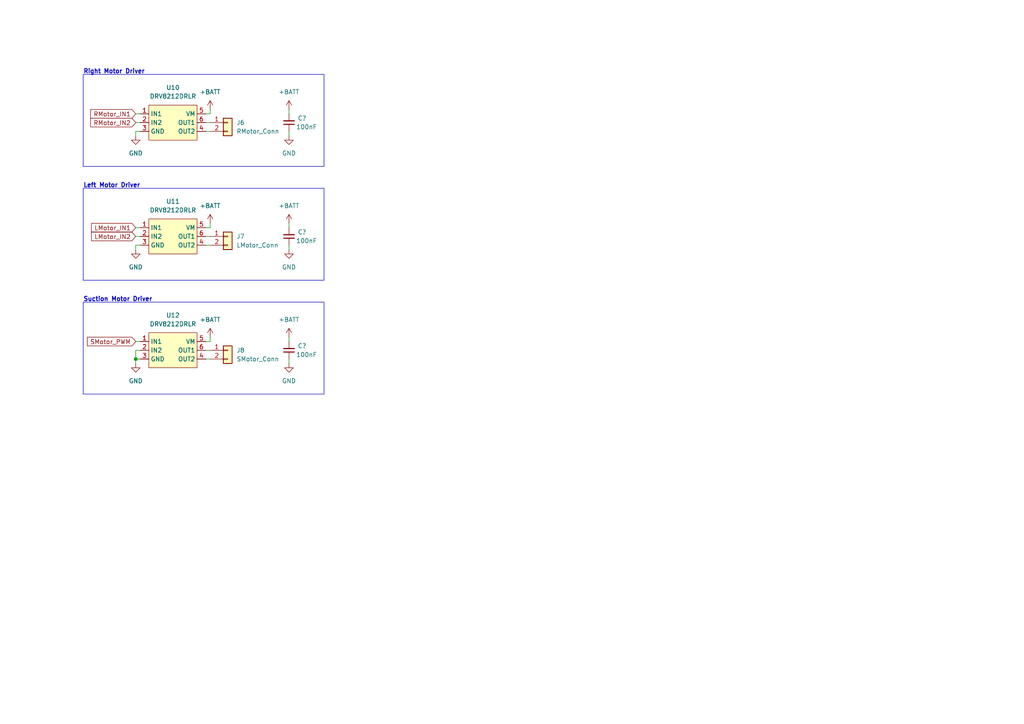
<source format=kicad_sch>
(kicad_sch (version 20230121) (generator eeschema)
  (paper "A4")
  (lib_symbols
    (symbol "Connector_Generic:Conn_01x02" (pin_names (offset 1.016) hide)
      (property "Reference" "J" (at 0 2.54 0))
      (property "Value" "Conn_01x02" (at 0 -5.08 0))
      (symbol "Conn_01x02_1_1"
        (rectangle (start -1.27 -2.413) (end 0 -2.667) (stroke (width 0.1524)))
        (rectangle (start -1.27 0.127) (end 0 -0.127) (stroke (width 0.1524)))
        (rectangle (start -1.27 1.27) (end 1.27 -3.81) (stroke (width 0.254)) (fill (type background)))
        (pin passive line (at -5.08 0 0) (length 3.81) (name "Pin_1") (number "1"))
        (pin passive line (at -5.08 -2.54 0) (length 3.81) (name "Pin_2") (number "2"))
      )
    )
    (symbol "Device:C_Small" (pin_numbers hide) (pin_names (offset 0.254) hide)
      (property "Reference" "C" (at 0.254 1.778 0))
      (property "Value" "C_Small" (at 0.254 -2.032 0))
      (symbol "C_Small_0_1"
        (polyline (pts (xy -1.524 -0.508) (xy 1.524 -0.508)) (stroke (width 0.3302)))
        (polyline (pts (xy -1.524 0.508) (xy 1.524 0.508)) (stroke (width 0.3048)))
      )
      (symbol "C_Small_1_1"
        (pin passive line (at 0 2.54 270) (length 2.032) (name "~") (number "1"))
        (pin passive line (at 0 -2.54 90) (length 2.032) (name "~") (number "2"))
      )
    )
    (symbol "HS_MotorDriver:DRV8212DRLR"
      (property "Reference" "U" (at 0 0 0))
      (property "Value" "DRV8212DRLR" (at 0 0 0))
      (symbol "DRV8212DRLR_1_0"
        (pin input line (at -2.54 -5.08 0) (length 2.54) (name "IN2") (number "2"))
        (pin power_in line (at -2.54 -7.62 0) (length 2.54) (name "GND") (number "3"))
        (pin output line (at 16.51 -7.62 180) (length 2.54) (name "OUT2") (number "4"))
        (pin power_in line (at 16.51 -2.54 180) (length 2.54) (name "VM") (number "5"))
        (pin output line (at 16.51 -5.08 180) (length 2.54) (name "OUT1") (number "6"))
      )
      (symbol "DRV8212DRLR_1_1"
        (rectangle (start 0 0) (end 13.97 -10.16) (fill (type background)))
        (pin input line (at -2.54 -2.54 0) (length 2.54) (name "IN1") (number "1"))
      )
    )
    (symbol "power:+BATT" (power) (pin_names (offset 0))
      (property "Value" "+BATT" (at 0 3.556 0))
      (symbol "+BATT_0_1"
        (polyline (pts (xy -0.762 1.27) (xy 0 2.54)))
        (polyline (pts (xy 0 0) (xy 0 2.54)))
        (polyline (pts (xy 0 2.54) (xy 0.762 1.27)))
      )
      (symbol "+BATT_1_1"
        (pin power_in line (at 0 0 90) (length 0) hide (name "+BATT") (number "1"))
      )
    )
    (symbol "power:GND" (power) (pin_names (offset 0))
      (property "Value" "GND" (at 0 -3.81 0))
      (symbol "GND_0_1"
        (polyline (pts (xy 0 0) (xy 0 -1.27) (xy 1.27 -1.27) (xy 0 -2.54) (xy -1.27 -1.27) (xy 0 -1.27)))
      )
      (symbol "GND_1_1"
        (pin power_in line (at 0 0 270) (length 0) hide (name "GND") (number "1"))
      )
    )
  )
  (junction (at 39.37 104.14))
  (wire (pts (xy 39.37 105.41) (xy 39.37 104.14)))
  (wire (pts (xy 60.96 33.02) (xy 59.69 33.02)))
  (wire (pts (xy 83.82 39.37) (xy 83.82 38.1)))
  (wire (pts (xy 83.82 64.77) (xy 83.82 66.04)))
  (wire (pts (xy 60.96 66.04) (xy 59.69 66.04)))
  (wire (pts (xy 39.37 104.14) (xy 40.64 104.14)))
  (wire (pts (xy 59.69 68.58) (xy 60.96 68.58)))
  (wire (pts (xy 39.37 72.39) (xy 39.37 71.12)))
  (wire (pts (xy 59.69 101.6) (xy 60.96 101.6)))
  (wire (pts (xy 39.37 99.06) (xy 40.64 99.06)))
  (wire (pts (xy 59.69 71.12) (xy 60.96 71.12)))
  (wire (pts (xy 60.96 31.75) (xy 60.96 33.02)))
  (wire (pts (xy 39.37 68.58) (xy 40.64 68.58)))
  (wire (pts (xy 59.69 38.1) (xy 60.96 38.1)))
  (wire (pts (xy 39.37 33.02) (xy 40.64 33.02)))
  (wire (pts (xy 83.82 72.39) (xy 83.82 71.12)))
  (wire (pts (xy 39.37 38.1) (xy 40.64 38.1)))
  (wire (pts (xy 60.96 99.06) (xy 59.69 99.06)))
  (wire (pts (xy 83.82 31.75) (xy 83.82 33.02)))
  (wire (pts (xy 83.82 97.79) (xy 83.82 99.06)))
  (wire (pts (xy 39.37 71.12) (xy 40.64 71.12)))
  (wire (pts (xy 60.96 64.77) (xy 60.96 66.04)))
  (wire (pts (xy 83.82 105.41) (xy 83.82 104.14)))
  (wire (pts (xy 39.37 35.56) (xy 40.64 35.56)))
  (wire (pts (xy 59.69 104.14) (xy 60.96 104.14)))
  (wire (pts (xy 39.37 101.6) (xy 39.37 104.14)))
  (wire (pts (xy 39.37 101.6) (xy 40.64 101.6)))
  (wire (pts (xy 39.37 39.37) (xy 39.37 38.1)))
  (wire (pts (xy 60.96 97.79) (xy 60.96 99.06)))
  (wire (pts (xy 39.37 66.04) (xy 40.64 66.04)))
  (wire (pts (xy 59.69 35.56) (xy 60.96 35.56)))
  (rectangle (start 24.13 87.63) (end 93.98 114.3))
  (rectangle (start 24.13 54.61) (end 93.98 81.28))
  (rectangle (start 24.13 21.59) (end 93.98 48.26))
  (text "Left Motor Driver" (at 24.13 54.61 0) (effects (font (size 1.27 1.27) (thickness 0.254) bold) (justify left bottom)))
  (text "Right Motor Driver" (at 24.13 21.59 0) (effects (font (size 1.27 1.27) (thickness 0.254) bold) (justify left bottom)))
  (text "Suction Motor Driver" (at 24.13 87.63 0) (effects (font (size 1.27 1.27) (thickness 0.254) bold) (justify left bottom)))
  (global_label "LMotor_IN1" (shape input) (at 39.37 66.04 180) (property "Intersheetrefs" "${INTERSHEET_REFS}" (effects hide)))
  (global_label "RMotor_IN1" (shape input) (at 39.37 33.02 180) (property "Intersheetrefs" "${INTERSHEET_REFS}" (effects hide)))
  (global_label "SMotor_PWM" (shape input) (at 39.37 99.06 180) (property "Intersheetrefs" "${INTERSHEET_REFS}" (effects hide)))
  (global_label "LMotor_IN2" (shape input) (at 39.37 68.58 180) (property "Intersheetrefs" "${INTERSHEET_REFS}" (effects hide)))
  (global_label "RMotor_IN2" (shape input) (at 39.37 35.56 180) (property "Intersheetrefs" "${INTERSHEET_REFS}" (effects hide)))
  (symbol (lib_id "Device:C_Small") (at 83.82 68.58 180) (unit 1)
    (property "Reference" "C?" (at 87.63 67.31 0))
    (property "Value" "100nF" (at 88.9 69.85 0))
    (property "Footprint" "SMD_HS:0603_1608_C" (effects hide))
    (instances (project "uglyBob" (path "" (reference "C?") (unit 1)) (path "" (reference "C7") (unit 1)) (path "" (reference "C17") (unit 1)) (path "" (reference "C25") (unit 1))))
  )
  (symbol (lib_id "HS_MotorDriver:DRV8212DRLR") (at 43.18 63.5 0) (unit 1)
    (property "Reference" "U11" (at 50.165 58.42 0))
    (property "Value" "DRV8212DRLR" (at 50.165 60.96 0))
    (property "Footprint" "Package_TO_SOT_SMD_HS:SOT-563" (effects hide))
  )
  (symbol (lib_id "power:GND") (at 83.82 105.41 0) (unit 1)
    (property "Reference" "#PWR?" (effects hide))
    (property "Value" "GND" (at 83.82 110.49 0))
    (instances (project "uglyBob" (path "" (reference "#PWR?") (unit 1)) (path "" (reference "#PWR085") (unit 1))))
  )
  (symbol (lib_id "power:GND") (at 39.37 39.37 0) (unit 1)
    (property "Reference" "#PWR?" (effects hide))
    (property "Value" "GND" (at 39.37 44.45 0))
    (instances (project "uglyBob" (path "" (reference "#PWR?") (unit 1)) (path "" (reference "#PWR076") (unit 1))))
  )
  (symbol (lib_id "power:GND") (at 83.82 39.37 0) (unit 1)
    (property "Reference" "#PWR?" (effects hide))
    (property "Value" "GND" (at 83.82 44.45 0))
    (instances (project "uglyBob" (path "" (reference "#PWR?") (unit 1)) (path "" (reference "#PWR077") (unit 1))))
  )
  (symbol (lib_id "HS_MotorDriver:DRV8212DRLR") (at 43.18 96.52 0) (unit 1)
    (property "Reference" "U12" (at 50.165 91.44 0))
    (property "Value" "DRV8212DRLR" (at 50.165 93.98 0))
    (property "Footprint" "Package_TO_SOT_SMD_HS:SOT-563" (effects hide))
  )
  (symbol (lib_id "power:+BATT") (at 60.96 97.79 0) (unit 1)
    (property "Reference" "#PWR?" (effects hide))
    (property "Value" "+BATT" (at 60.96 92.71 0))
    (instances (project "uglyBob" (path "" (reference "#PWR?") (unit 1)) (path "" (reference "#PWR082") (unit 1))))
  )
  (symbol (lib_id "Device:C_Small") (at 83.82 101.6 180) (unit 1)
    (property "Reference" "C?" (at 87.63 100.33 0))
    (property "Value" "100nF" (at 88.9 102.87 0))
    (property "Footprint" "SMD_HS:0603_1608_C" (effects hide))
    (instances (project "uglyBob" (path "" (reference "C?") (unit 1)) (path "" (reference "C7") (unit 1)) (path "" (reference "C17") (unit 1)) (path "" (reference "C26") (unit 1))))
  )
  (symbol (lib_id "power:+BATT") (at 83.82 64.77 0) (unit 1)
    (property "Reference" "#PWR?" (effects hide))
    (property "Value" "+BATT" (at 83.82 59.69 0))
    (instances (project "uglyBob" (path "" (reference "#PWR?") (unit 1)) (path "" (reference "#PWR079") (unit 1))))
  )
  (symbol (lib_id "power:+BATT") (at 83.82 31.75 0) (unit 1)
    (property "Reference" "#PWR?" (effects hide))
    (property "Value" "+BATT" (at 83.82 26.67 0))
    (instances (project "uglyBob" (path "" (reference "#PWR?") (unit 1)) (path "" (reference "#PWR075") (unit 1))))
  )
  (symbol (lib_id "HS_MotorDriver:DRV8212DRLR") (at 43.18 30.48 0) (unit 1)
    (property "Reference" "U10" (at 50.165 25.4 0))
    (property "Value" "DRV8212DRLR" (at 50.165 27.94 0))
    (property "Footprint" "Package_TO_SOT_SMD_HS:SOT-563" (effects hide))
  )
  (symbol (lib_id "power:+BATT") (at 60.96 31.75 0) (unit 1)
    (property "Reference" "#PWR?" (effects hide))
    (property "Value" "+BATT" (at 60.96 26.67 0))
    (instances (project "uglyBob" (path "" (reference "#PWR?") (unit 1)) (path "" (reference "#PWR074") (unit 1))))
  )
  (symbol (lib_id "power:+BATT") (at 83.82 97.79 0) (unit 1)
    (property "Reference" "#PWR?" (effects hide))
    (property "Value" "+BATT" (at 83.82 92.71 0))
    (instances (project "uglyBob" (path "" (reference "#PWR?") (unit 1)) (path "" (reference "#PWR083") (unit 1))))
  )
  (symbol (lib_id "Device:C_Small") (at 83.82 35.56 180) (unit 1)
    (property "Reference" "C?" (at 87.63 34.29 0))
    (property "Value" "100nF" (at 88.9 36.83 0))
    (property "Footprint" "SMD_HS:0603_1608_C" (effects hide))
    (instances (project "uglyBob" (path "" (reference "C?") (unit 1)) (path "" (reference "C7") (unit 1)) (path "" (reference "C17") (unit 1)) (path "" (reference "C24") (unit 1))))
  )
  (symbol (lib_id "power:GND") (at 39.37 72.39 0) (unit 1)
    (property "Reference" "#PWR?" (effects hide))
    (property "Value" "GND" (at 39.37 77.47 0))
    (instances (project "uglyBob" (path "" (reference "#PWR?") (unit 1)) (path "" (reference "#PWR080") (unit 1))))
  )
  (symbol (lib_id "power:+BATT") (at 60.96 64.77 0) (unit 1)
    (property "Reference" "#PWR?" (effects hide))
    (property "Value" "+BATT" (at 60.96 59.69 0))
    (instances (project "uglyBob" (path "" (reference "#PWR?") (unit 1)) (path "" (reference "#PWR078") (unit 1))))
  )
  (symbol (lib_id "Connector_Generic:Conn_01x02") (at 66.04 35.56 0) (unit 1)
    (property "Reference" "J6" (at 68.58 35.56 0) (effects (justify left)))
    (property "Value" "RMotor_Conn" (at 68.58 38.1 0) (effects (justify left)))
    (property "Footprint" "uglyBob_HS:MotorConnector" (effects hide))
  )
  (symbol (lib_id "power:GND") (at 83.82 72.39 0) (unit 1)
    (property "Reference" "#PWR?" (effects hide))
    (property "Value" "GND" (at 83.82 77.47 0))
    (instances (project "uglyBob" (path "" (reference "#PWR?") (unit 1)) (path "" (reference "#PWR081") (unit 1))))
  )
  (symbol (lib_id "Connector_Generic:Conn_01x02") (at 66.04 68.58 0) (unit 1)
    (property "Reference" "J7" (at 68.58 68.58 0) (effects (justify left)))
    (property "Value" "LMotor_Conn" (at 68.58 71.12 0) (effects (justify left)))
    (property "Footprint" "uglyBob_HS:MotorConnector" (effects hide))
  )
  (symbol (lib_id "Connector_Generic:Conn_01x02") (at 66.04 101.6 0) (unit 1)
    (property "Reference" "J8" (at 68.58 101.6 0) (effects (justify left)))
    (property "Value" "SMotor_Conn" (at 68.58 104.14 0) (effects (justify left)))
    (property "Footprint" "uglyBob_HS:MotorConnector" (effects hide))
  )
  (symbol (lib_id "power:GND") (at 39.37 105.41 0) (unit 1)
    (property "Reference" "#PWR?" (effects hide))
    (property "Value" "GND" (at 39.37 110.49 0))
    (instances (project "uglyBob" (path "" (reference "#PWR?") (unit 1)) (path "" (reference "#PWR084") (unit 1))))
  )
)
</source>
